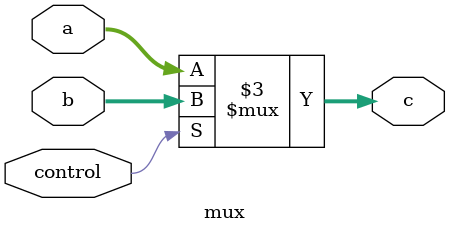
<source format=v>
`timescale 1ns / 1ps
module mux #(parameter REGBITS = 4)
			(input [REGBITS-1:0] a, b, 
			 input control,
			 output reg [REGBITS-1:0] c
    );
	 
	 always @(*)
		if (control)
			c = b;
		else
			c = a;
		
		//assign c = control ? b:a;


endmodule

</source>
